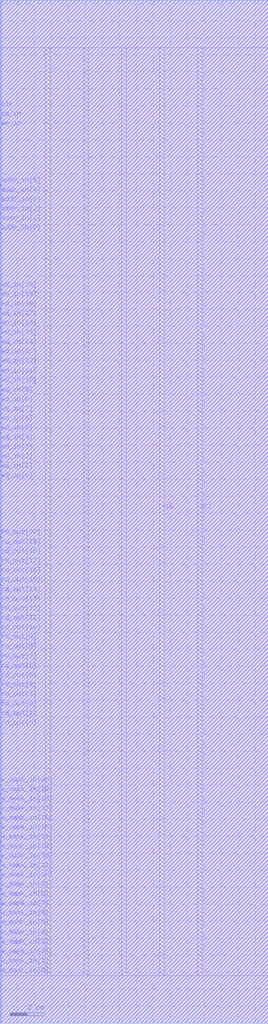
<source format=lef>
VERSION 5.7 ;
BUSBITCHARS "[]" ;
MACRO fakeram45_64x21_upper
  FOREIGN fakeram45_64x21_upper 0 0 ;
  SYMMETRY X Y R90 ;
  SIZE 15.770 BY 60.200 ;
  CLASS BLOCK ;
  PIN w_mask_in[0]
    DIRECTION INPUT ;
    USE SIGNAL ;
    SHAPE ABUTMENT ;
    PORT
      LAYER M18 ;
      RECT 0.000 2.800 0.070 2.870 ;
    END
  END w_mask_in[0]
  PIN w_mask_in[1]
    DIRECTION INPUT ;
    USE SIGNAL ;
    SHAPE ABUTMENT ;
    PORT
      LAYER M18 ;
      RECT 0.000 3.360 0.070 3.430 ;
    END
  END w_mask_in[1]
  PIN w_mask_in[2]
    DIRECTION INPUT ;
    USE SIGNAL ;
    SHAPE ABUTMENT ;
    PORT
      LAYER M18 ;
      RECT 0.000 3.920 0.070 3.990 ;
    END
  END w_mask_in[2]
  PIN w_mask_in[3]
    DIRECTION INPUT ;
    USE SIGNAL ;
    SHAPE ABUTMENT ;
    PORT
      LAYER M18 ;
      RECT 0.000 4.480 0.070 4.550 ;
    END
  END w_mask_in[3]
  PIN w_mask_in[4]
    DIRECTION INPUT ;
    USE SIGNAL ;
    SHAPE ABUTMENT ;
    PORT
      LAYER M18 ;
      RECT 0.000 5.040 0.070 5.110 ;
    END
  END w_mask_in[4]
  PIN w_mask_in[5]
    DIRECTION INPUT ;
    USE SIGNAL ;
    SHAPE ABUTMENT ;
    PORT
      LAYER M18 ;
      RECT 0.000 5.600 0.070 5.670 ;
    END
  END w_mask_in[5]
  PIN w_mask_in[6]
    DIRECTION INPUT ;
    USE SIGNAL ;
    SHAPE ABUTMENT ;
    PORT
      LAYER M18 ;
      RECT 0.000 6.160 0.070 6.230 ;
    END
  END w_mask_in[6]
  PIN w_mask_in[7]
    DIRECTION INPUT ;
    USE SIGNAL ;
    SHAPE ABUTMENT ;
    PORT
      LAYER M18 ;
      RECT 0.000 6.720 0.070 6.790 ;
    END
  END w_mask_in[7]
  PIN w_mask_in[8]
    DIRECTION INPUT ;
    USE SIGNAL ;
    SHAPE ABUTMENT ;
    PORT
      LAYER M18 ;
      RECT 0.000 7.280 0.070 7.350 ;
    END
  END w_mask_in[8]
  PIN w_mask_in[9]
    DIRECTION INPUT ;
    USE SIGNAL ;
    SHAPE ABUTMENT ;
    PORT
      LAYER M18 ;
      RECT 0.000 7.840 0.070 7.910 ;
    END
  END w_mask_in[9]
  PIN w_mask_in[10]
    DIRECTION INPUT ;
    USE SIGNAL ;
    SHAPE ABUTMENT ;
    PORT
      LAYER M18 ;
      RECT 0.000 8.400 0.070 8.470 ;
    END
  END w_mask_in[10]
  PIN w_mask_in[11]
    DIRECTION INPUT ;
    USE SIGNAL ;
    SHAPE ABUTMENT ;
    PORT
      LAYER M18 ;
      RECT 0.000 8.960 0.070 9.030 ;
    END
  END w_mask_in[11]
  PIN w_mask_in[12]
    DIRECTION INPUT ;
    USE SIGNAL ;
    SHAPE ABUTMENT ;
    PORT
      LAYER M18 ;
      RECT 0.000 9.520 0.070 9.590 ;
    END
  END w_mask_in[12]
  PIN w_mask_in[13]
    DIRECTION INPUT ;
    USE SIGNAL ;
    SHAPE ABUTMENT ;
    PORT
      LAYER M18 ;
      RECT 0.000 10.080 0.070 10.150 ;
    END
  END w_mask_in[13]
  PIN w_mask_in[14]
    DIRECTION INPUT ;
    USE SIGNAL ;
    SHAPE ABUTMENT ;
    PORT
      LAYER M18 ;
      RECT 0.000 10.640 0.070 10.710 ;
    END
  END w_mask_in[14]
  PIN w_mask_in[15]
    DIRECTION INPUT ;
    USE SIGNAL ;
    SHAPE ABUTMENT ;
    PORT
      LAYER M18 ;
      RECT 0.000 11.200 0.070 11.270 ;
    END
  END w_mask_in[15]
  PIN w_mask_in[16]
    DIRECTION INPUT ;
    USE SIGNAL ;
    SHAPE ABUTMENT ;
    PORT
      LAYER M18 ;
      RECT 0.000 11.760 0.070 11.830 ;
    END
  END w_mask_in[16]
  PIN w_mask_in[17]
    DIRECTION INPUT ;
    USE SIGNAL ;
    SHAPE ABUTMENT ;
    PORT
      LAYER M18 ;
      RECT 0.000 12.320 0.070 12.390 ;
    END
  END w_mask_in[17]
  PIN w_mask_in[18]
    DIRECTION INPUT ;
    USE SIGNAL ;
    SHAPE ABUTMENT ;
    PORT
      LAYER M18 ;
      RECT 0.000 12.880 0.070 12.950 ;
    END
  END w_mask_in[18]
  PIN w_mask_in[19]
    DIRECTION INPUT ;
    USE SIGNAL ;
    SHAPE ABUTMENT ;
    PORT
      LAYER M18 ;
      RECT 0.000 13.440 0.070 13.510 ;
    END
  END w_mask_in[19]
  PIN w_mask_in[20]
    DIRECTION INPUT ;
    USE SIGNAL ;
    SHAPE ABUTMENT ;
    PORT
      LAYER M18 ;
      RECT 0.000 14.000 0.070 14.070 ;
    END
  END w_mask_in[20]
  PIN rd_out[0]
    DIRECTION OUTPUT ;
    USE SIGNAL ;
    SHAPE ABUTMENT ;
    PORT
      LAYER M18 ;
      RECT 0.000 17.360 0.070 17.430 ;
    END
  END rd_out[0]
  PIN rd_out[1]
    DIRECTION OUTPUT ;
    USE SIGNAL ;
    SHAPE ABUTMENT ;
    PORT
      LAYER M18 ;
      RECT 0.000 17.920 0.070 17.990 ;
    END
  END rd_out[1]
  PIN rd_out[2]
    DIRECTION OUTPUT ;
    USE SIGNAL ;
    SHAPE ABUTMENT ;
    PORT
      LAYER M18 ;
      RECT 0.000 18.480 0.070 18.550 ;
    END
  END rd_out[2]
  PIN rd_out[3]
    DIRECTION OUTPUT ;
    USE SIGNAL ;
    SHAPE ABUTMENT ;
    PORT
      LAYER M18 ;
      RECT 0.000 19.040 0.070 19.110 ;
    END
  END rd_out[3]
  PIN rd_out[4]
    DIRECTION OUTPUT ;
    USE SIGNAL ;
    SHAPE ABUTMENT ;
    PORT
      LAYER M18 ;
      RECT 0.000 19.600 0.070 19.670 ;
    END
  END rd_out[4]
  PIN rd_out[5]
    DIRECTION OUTPUT ;
    USE SIGNAL ;
    SHAPE ABUTMENT ;
    PORT
      LAYER M18 ;
      RECT 0.000 20.160 0.070 20.230 ;
    END
  END rd_out[5]
  PIN rd_out[6]
    DIRECTION OUTPUT ;
    USE SIGNAL ;
    SHAPE ABUTMENT ;
    PORT
      LAYER M18 ;
      RECT 0.000 20.720 0.070 20.790 ;
    END
  END rd_out[6]
  PIN rd_out[7]
    DIRECTION OUTPUT ;
    USE SIGNAL ;
    SHAPE ABUTMENT ;
    PORT
      LAYER M18 ;
      RECT 0.000 21.280 0.070 21.350 ;
    END
  END rd_out[7]
  PIN rd_out[8]
    DIRECTION OUTPUT ;
    USE SIGNAL ;
    SHAPE ABUTMENT ;
    PORT
      LAYER M18 ;
      RECT 0.000 21.840 0.070 21.910 ;
    END
  END rd_out[8]
  PIN rd_out[9]
    DIRECTION OUTPUT ;
    USE SIGNAL ;
    SHAPE ABUTMENT ;
    PORT
      LAYER M18 ;
      RECT 0.000 22.400 0.070 22.470 ;
    END
  END rd_out[9]
  PIN rd_out[10]
    DIRECTION OUTPUT ;
    USE SIGNAL ;
    SHAPE ABUTMENT ;
    PORT
      LAYER M18 ;
      RECT 0.000 22.960 0.070 23.030 ;
    END
  END rd_out[10]
  PIN rd_out[11]
    DIRECTION OUTPUT ;
    USE SIGNAL ;
    SHAPE ABUTMENT ;
    PORT
      LAYER M18 ;
      RECT 0.000 23.520 0.070 23.590 ;
    END
  END rd_out[11]
  PIN rd_out[12]
    DIRECTION OUTPUT ;
    USE SIGNAL ;
    SHAPE ABUTMENT ;
    PORT
      LAYER M18 ;
      RECT 0.000 24.080 0.070 24.150 ;
    END
  END rd_out[12]
  PIN rd_out[13]
    DIRECTION OUTPUT ;
    USE SIGNAL ;
    SHAPE ABUTMENT ;
    PORT
      LAYER M18 ;
      RECT 0.000 24.640 0.070 24.710 ;
    END
  END rd_out[13]
  PIN rd_out[14]
    DIRECTION OUTPUT ;
    USE SIGNAL ;
    SHAPE ABUTMENT ;
    PORT
      LAYER M18 ;
      RECT 0.000 25.200 0.070 25.270 ;
    END
  END rd_out[14]
  PIN rd_out[15]
    DIRECTION OUTPUT ;
    USE SIGNAL ;
    SHAPE ABUTMENT ;
    PORT
      LAYER M18 ;
      RECT 0.000 25.760 0.070 25.830 ;
    END
  END rd_out[15]
  PIN rd_out[16]
    DIRECTION OUTPUT ;
    USE SIGNAL ;
    SHAPE ABUTMENT ;
    PORT
      LAYER M18 ;
      RECT 0.000 26.320 0.070 26.390 ;
    END
  END rd_out[16]
  PIN rd_out[17]
    DIRECTION OUTPUT ;
    USE SIGNAL ;
    SHAPE ABUTMENT ;
    PORT
      LAYER M18 ;
      RECT 0.000 26.880 0.070 26.950 ;
    END
  END rd_out[17]
  PIN rd_out[18]
    DIRECTION OUTPUT ;
    USE SIGNAL ;
    SHAPE ABUTMENT ;
    PORT
      LAYER M18 ;
      RECT 0.000 27.440 0.070 27.510 ;
    END
  END rd_out[18]
  PIN rd_out[19]
    DIRECTION OUTPUT ;
    USE SIGNAL ;
    SHAPE ABUTMENT ;
    PORT
      LAYER M18 ;
      RECT 0.000 28.000 0.070 28.070 ;
    END
  END rd_out[19]
  PIN rd_out[20]
    DIRECTION OUTPUT ;
    USE SIGNAL ;
    SHAPE ABUTMENT ;
    PORT
      LAYER M18 ;
      RECT 0.000 28.560 0.070 28.630 ;
    END
  END rd_out[20]
  PIN wd_in[0]
    DIRECTION INPUT ;
    USE SIGNAL ;
    SHAPE ABUTMENT ;
    PORT
      LAYER M18 ;
      RECT 0.000 31.920 0.070 31.990 ;
    END
  END wd_in[0]
  PIN wd_in[1]
    DIRECTION INPUT ;
    USE SIGNAL ;
    SHAPE ABUTMENT ;
    PORT
      LAYER M18 ;
      RECT 0.000 32.480 0.070 32.550 ;
    END
  END wd_in[1]
  PIN wd_in[2]
    DIRECTION INPUT ;
    USE SIGNAL ;
    SHAPE ABUTMENT ;
    PORT
      LAYER M18 ;
      RECT 0.000 33.040 0.070 33.110 ;
    END
  END wd_in[2]
  PIN wd_in[3]
    DIRECTION INPUT ;
    USE SIGNAL ;
    SHAPE ABUTMENT ;
    PORT
      LAYER M18 ;
      RECT 0.000 33.600 0.070 33.670 ;
    END
  END wd_in[3]
  PIN wd_in[4]
    DIRECTION INPUT ;
    USE SIGNAL ;
    SHAPE ABUTMENT ;
    PORT
      LAYER M18 ;
      RECT 0.000 34.160 0.070 34.230 ;
    END
  END wd_in[4]
  PIN wd_in[5]
    DIRECTION INPUT ;
    USE SIGNAL ;
    SHAPE ABUTMENT ;
    PORT
      LAYER M18 ;
      RECT 0.000 34.720 0.070 34.790 ;
    END
  END wd_in[5]
  PIN wd_in[6]
    DIRECTION INPUT ;
    USE SIGNAL ;
    SHAPE ABUTMENT ;
    PORT
      LAYER M18 ;
      RECT 0.000 35.280 0.070 35.350 ;
    END
  END wd_in[6]
  PIN wd_in[7]
    DIRECTION INPUT ;
    USE SIGNAL ;
    SHAPE ABUTMENT ;
    PORT
      LAYER M18 ;
      RECT 0.000 35.840 0.070 35.910 ;
    END
  END wd_in[7]
  PIN wd_in[8]
    DIRECTION INPUT ;
    USE SIGNAL ;
    SHAPE ABUTMENT ;
    PORT
      LAYER M18 ;
      RECT 0.000 36.400 0.070 36.470 ;
    END
  END wd_in[8]
  PIN wd_in[9]
    DIRECTION INPUT ;
    USE SIGNAL ;
    SHAPE ABUTMENT ;
    PORT
      LAYER M18 ;
      RECT 0.000 36.960 0.070 37.030 ;
    END
  END wd_in[9]
  PIN wd_in[10]
    DIRECTION INPUT ;
    USE SIGNAL ;
    SHAPE ABUTMENT ;
    PORT
      LAYER M18 ;
      RECT 0.000 37.520 0.070 37.590 ;
    END
  END wd_in[10]
  PIN wd_in[11]
    DIRECTION INPUT ;
    USE SIGNAL ;
    SHAPE ABUTMENT ;
    PORT
      LAYER M18 ;
      RECT 0.000 38.080 0.070 38.150 ;
    END
  END wd_in[11]
  PIN wd_in[12]
    DIRECTION INPUT ;
    USE SIGNAL ;
    SHAPE ABUTMENT ;
    PORT
      LAYER M18 ;
      RECT 0.000 38.640 0.070 38.710 ;
    END
  END wd_in[12]
  PIN wd_in[13]
    DIRECTION INPUT ;
    USE SIGNAL ;
    SHAPE ABUTMENT ;
    PORT
      LAYER M18 ;
      RECT 0.000 39.200 0.070 39.270 ;
    END
  END wd_in[13]
  PIN wd_in[14]
    DIRECTION INPUT ;
    USE SIGNAL ;
    SHAPE ABUTMENT ;
    PORT
      LAYER M18 ;
      RECT 0.000 39.760 0.070 39.830 ;
    END
  END wd_in[14]
  PIN wd_in[15]
    DIRECTION INPUT ;
    USE SIGNAL ;
    SHAPE ABUTMENT ;
    PORT
      LAYER M18 ;
      RECT 0.000 40.320 0.070 40.390 ;
    END
  END wd_in[15]
  PIN wd_in[16]
    DIRECTION INPUT ;
    USE SIGNAL ;
    SHAPE ABUTMENT ;
    PORT
      LAYER M18 ;
      RECT 0.000 40.880 0.070 40.950 ;
    END
  END wd_in[16]
  PIN wd_in[17]
    DIRECTION INPUT ;
    USE SIGNAL ;
    SHAPE ABUTMENT ;
    PORT
      LAYER M18 ;
      RECT 0.000 41.440 0.070 41.510 ;
    END
  END wd_in[17]
  PIN wd_in[18]
    DIRECTION INPUT ;
    USE SIGNAL ;
    SHAPE ABUTMENT ;
    PORT
      LAYER M18 ;
      RECT 0.000 42.000 0.070 42.070 ;
    END
  END wd_in[18]
  PIN wd_in[19]
    DIRECTION INPUT ;
    USE SIGNAL ;
    SHAPE ABUTMENT ;
    PORT
      LAYER M18 ;
      RECT 0.000 42.560 0.070 42.630 ;
    END
  END wd_in[19]
  PIN wd_in[20]
    DIRECTION INPUT ;
    USE SIGNAL ;
    SHAPE ABUTMENT ;
    PORT
      LAYER M18 ;
      RECT 0.000 43.120 0.070 43.190 ;
    END
  END wd_in[20]
  PIN addr_in[0]
    DIRECTION INPUT ;
    USE SIGNAL ;
    SHAPE ABUTMENT ;
    PORT
      LAYER M18 ;
      RECT 0.000 46.480 0.070 46.550 ;
    END
  END addr_in[0]
  PIN addr_in[1]
    DIRECTION INPUT ;
    USE SIGNAL ;
    SHAPE ABUTMENT ;
    PORT
      LAYER M18 ;
      RECT 0.000 47.040 0.070 47.110 ;
    END
  END addr_in[1]
  PIN addr_in[2]
    DIRECTION INPUT ;
    USE SIGNAL ;
    SHAPE ABUTMENT ;
    PORT
      LAYER M18 ;
      RECT 0.000 47.600 0.070 47.670 ;
    END
  END addr_in[2]
  PIN addr_in[3]
    DIRECTION INPUT ;
    USE SIGNAL ;
    SHAPE ABUTMENT ;
    PORT
      LAYER M18 ;
      RECT 0.000 48.160 0.070 48.230 ;
    END
  END addr_in[3]
  PIN addr_in[4]
    DIRECTION INPUT ;
    USE SIGNAL ;
    SHAPE ABUTMENT ;
    PORT
      LAYER M18 ;
      RECT 0.000 48.720 0.070 48.790 ;
    END
  END addr_in[4]
  PIN addr_in[5]
    DIRECTION INPUT ;
    USE SIGNAL ;
    SHAPE ABUTMENT ;
    PORT
      LAYER M18 ;
      RECT 0.000 49.280 0.070 49.350 ;
    END
  END addr_in[5]
  PIN we_in
    DIRECTION INPUT ;
    USE SIGNAL ;
    SHAPE ABUTMENT ;
    PORT
      LAYER M18 ;
      RECT 0.000 52.640 0.070 52.710 ;
    END
  END we_in
  PIN ce_in
    DIRECTION INPUT ;
    USE SIGNAL ;
    SHAPE ABUTMENT ;
    PORT
      LAYER M18 ;
      RECT 0.000 53.200 0.070 53.270 ;
    END
  END ce_in
  PIN clk
    DIRECTION INPUT ;
    USE SIGNAL ;
    SHAPE ABUTMENT ;
    PORT
      LAYER M18 ;
      RECT 0.000 53.760 0.070 53.830 ;
    END
  END clk
  PIN VSS
    DIRECTION INOUT ;
    USE GROUND ;
    PORT
      LAYER M17 ;
      RECT 2.660 2.800 2.940 57.400 ;
      RECT 7.140 2.800 7.420 57.400 ;
      RECT 11.620 2.800 11.900 57.400 ;
    END
  END VSS
  PIN VDD
    DIRECTION INOUT ;
    USE POWER ;
    PORT
      LAYER M17 ;
      RECT 4.900 2.800 5.180 57.400 ;
      RECT 9.380 2.800 9.660 57.400 ;
    END
  END VDD
  OBS
    LAYER M20 ;
    RECT 0 0 15.770 60.200 ;
    LAYER M19 ;
    RECT 0 0 15.770 60.200 ;
    LAYER M18 ;
    RECT 0.070 0 15.770 60.200 ;
    RECT 0 0.000 0.070 2.800 ;
    RECT 0 2.870 0.070 3.360 ;
    RECT 0 3.430 0.070 3.920 ;
    RECT 0 3.990 0.070 4.480 ;
    RECT 0 4.550 0.070 5.040 ;
    RECT 0 5.110 0.070 5.600 ;
    RECT 0 5.670 0.070 6.160 ;
    RECT 0 6.230 0.070 6.720 ;
    RECT 0 6.790 0.070 7.280 ;
    RECT 0 7.350 0.070 7.840 ;
    RECT 0 7.910 0.070 8.400 ;
    RECT 0 8.470 0.070 8.960 ;
    RECT 0 9.030 0.070 9.520 ;
    RECT 0 9.590 0.070 10.080 ;
    RECT 0 10.150 0.070 10.640 ;
    RECT 0 10.710 0.070 11.200 ;
    RECT 0 11.270 0.070 11.760 ;
    RECT 0 11.830 0.070 12.320 ;
    RECT 0 12.390 0.070 12.880 ;
    RECT 0 12.950 0.070 13.440 ;
    RECT 0 13.510 0.070 14.000 ;
    RECT 0 14.070 0.070 17.360 ;
    RECT 0 17.430 0.070 17.920 ;
    RECT 0 17.990 0.070 18.480 ;
    RECT 0 18.550 0.070 19.040 ;
    RECT 0 19.110 0.070 19.600 ;
    RECT 0 19.670 0.070 20.160 ;
    RECT 0 20.230 0.070 20.720 ;
    RECT 0 20.790 0.070 21.280 ;
    RECT 0 21.350 0.070 21.840 ;
    RECT 0 21.910 0.070 22.400 ;
    RECT 0 22.470 0.070 22.960 ;
    RECT 0 23.030 0.070 23.520 ;
    RECT 0 23.590 0.070 24.080 ;
    RECT 0 24.150 0.070 24.640 ;
    RECT 0 24.710 0.070 25.200 ;
    RECT 0 25.270 0.070 25.760 ;
    RECT 0 25.830 0.070 26.320 ;
    RECT 0 26.390 0.070 26.880 ;
    RECT 0 26.950 0.070 27.440 ;
    RECT 0 27.510 0.070 28.000 ;
    RECT 0 28.070 0.070 28.560 ;
    RECT 0 28.630 0.070 31.920 ;
    RECT 0 31.990 0.070 32.480 ;
    RECT 0 32.550 0.070 33.040 ;
    RECT 0 33.110 0.070 33.600 ;
    RECT 0 33.670 0.070 34.160 ;
    RECT 0 34.230 0.070 34.720 ;
    RECT 0 34.790 0.070 35.280 ;
    RECT 0 35.350 0.070 35.840 ;
    RECT 0 35.910 0.070 36.400 ;
    RECT 0 36.470 0.070 36.960 ;
    RECT 0 37.030 0.070 37.520 ;
    RECT 0 37.590 0.070 38.080 ;
    RECT 0 38.150 0.070 38.640 ;
    RECT 0 38.710 0.070 39.200 ;
    RECT 0 39.270 0.070 39.760 ;
    RECT 0 39.830 0.070 40.320 ;
    RECT 0 40.390 0.070 40.880 ;
    RECT 0 40.950 0.070 41.440 ;
    RECT 0 41.510 0.070 42.000 ;
    RECT 0 42.070 0.070 42.560 ;
    RECT 0 42.630 0.070 43.120 ;
    RECT 0 43.190 0.070 46.480 ;
    RECT 0 46.550 0.070 47.040 ;
    RECT 0 47.110 0.070 47.600 ;
    RECT 0 47.670 0.070 48.160 ;
    RECT 0 48.230 0.070 48.720 ;
    RECT 0 48.790 0.070 49.280 ;
    RECT 0 49.350 0.070 52.640 ;
    RECT 0 52.710 0.070 53.200 ;
    RECT 0 53.270 0.070 53.760 ;
    RECT 0 53.830 0.070 60.200 ;
    LAYER M17 ;
    RECT 0 0 15.770 2.800 ;
    RECT 0 57.400 15.770 60.200 ;
    RECT 0.000 2.800 2.660 57.400 ;
    RECT 2.940 2.800 4.900 57.400 ;
    RECT 5.180 2.800 7.140 57.400 ;
    RECT 7.420 2.800 9.380 57.400 ;
    RECT 9.660 2.800 11.620 57.400 ;
    RECT 11.900 2.800 15.770 57.400 ;
  END
END fakeram45_64x21_upper

END LIBRARY

</source>
